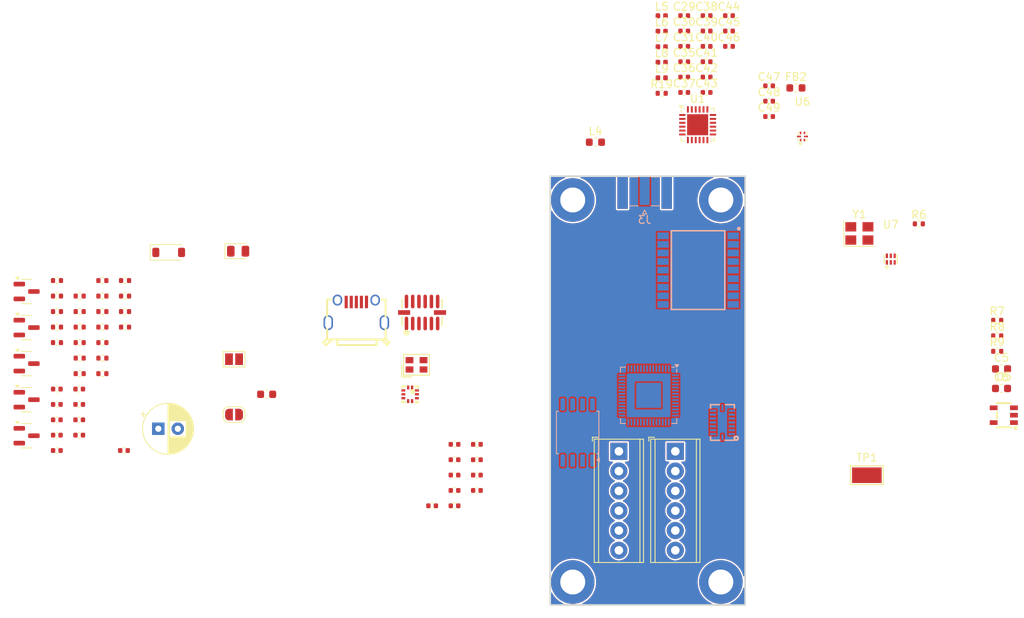
<source format=kicad_pcb>
(kicad_pcb (version 20240108) (generator "pcbnew") (generator_version "8.0")
  (layers (0 "F.Cu" signal) (1 "In1.Cu" power) (2 "In2.Cu" power) (31 "B.Cu" signal) (34 "B.Paste" user) (35 "F.Paste" user) (36 "B.SilkS" user "B.Silkscreen") (37 "F.SilkS" user "F.Silkscreen") (38 "B.Mask" user) (39 "F.Mask" user) (44 "Edge.Cuts" user))
  (net 0 "")
  (net 1 "GND")
  (net 2 "+3V3")
  (net 3 "+1V1")
  (net 4 "+12P")
  (net 5 "+12V")
  (net 6 "+BATT")
  (net 7 "/BUZZER")
  (net 8 "VBUS")
  (net 10 "Net-(D2-A)")
  (net 11 "/P4-")
  (net 12 "/P3-")
  (net 13 "/P2-")
  (net 14 "/P1-")
  (net 15 "/RUN")
  (net 16 "/BOOTSEL")
  (net 17 "/SWCLK")
  (net 18 "/SWD")
  (net 19 "/GPS 3v3")
  (net 20 "/RF GND 1")
  (net 21 "/ANT")
  (net 22 "/USB_D-")
  (net 23 "/USB_D+")
  (net 24 "/SCL")
  (net 25 "/VCC RF")
  (net 26 "/BRKOUT4")
  (net 27 "/BRKOUT3")
  (net 28 "/BRKOUT2")
  (net 29 "/BRKOUT1")
  (net 30 "/LEDBLUE")
  (net 31 "/LEDGREEN")
  (net 32 "/LEDRED")
  (net 33 "/P1 EN ")
  (net 34 "/P2 EN ")
  (net 35 "/P3 EN ")
  (net 36 "/P4 EN ")
  (net 37 "/BATT SENSE ")
  (net 38 "/P1 CONT ")
  (net 39 "/P3 CONT ")
  (net 40 "/RP USB_D+")
  (net 41 "/RP USB_D-")
  (net 42 "/P2 CONT ")
  (net 43 "/QSPI_SS")
  (net 44 "/P4 CONT ")
  (net 45 "/RF GND 2")
  (net 46 "/PPS")
  (net 47 "/SDA")
  (net 48 "/GPS_RST")
  (net 49 "/ANT OFF")
  (net 50 "/QSPI_SD1")
  (net 51 "/QSPI_SD2")
  (net 52 "/QSPI_SDO")
  (net 53 "/QSPI_SCLK")
  (net 54 "/QSPI_SD3")
  (net 55 "/XIN")
  (net 59 "Net-(U5-SW)")
  (net 60 "Net-(U5-FB)")
  (net 61 "Net-(D7-A)")
  (net 64 "Net-(D4-RK)")
  (net 65 "Net-(D4-GK)")
  (net 66 "Net-(D4-BK)")
  (net 82 "Net-(J3-In)")
  (net 83 "Net-(U1-VREG)")
  (net 84 "/SX CS")
  (net 85 "/XTA")
  (net 86 "/XTB")
  (net 87 "Net-(U1-VR_PA)")
  (net 89 "Net-(U7-RFIN)")
  (net 90 "Net-(U1-RFI_P)")
  (net 91 "Net-(U6-RF2)")
  (net 92 "Net-(U1-RFI_N)")
  (net 93 "Net-(C38-Pad2)")
  (net 94 "Net-(U1-RFO)")
  (net 95 "Net-(C40-Pad1)")
  (net 96 "Net-(U6-RF1)")
  (net 97 "Net-(U6-VCTL)")
  (net 98 "Net-(U6-RFC)")
  (net 99 "Net-(C44-Pad2)")
  (net 100 "Net-(U1-DCC_SW)")
  (net 101 "/CTL")
  (net 122 "/3v3_lora")
  (net 124 "/DIO1")
  (net 125 "/BUSY")
  (net 126 "/MISO")
  (net 127 "/MOSI")
  (net 128 "/SCK")
  (footprint "Capacitor_SMD:C_0402_1005Metric" (layer "F.Cu") (at 120.315 99.21)
    (property "Reference" "C8" (hide yes))
    (property "Value" "1u")
    (pad "1" smd roundrect (at -0.48 0) (size 0.56 0.62) (layers "F.Cu" "F.Paste" "F.Mask") (net 4 "+12P"))
    (pad "2" smd roundrect (at 0.48 0) (size 0.56 0.62) (layers "F.Cu" "F.Paste" "F.Mask") (net 1 "GND"))
  )
  (footprint "MountingHole:MountingHole_3.2mm_M3_DIN965_Pad" (layer "F.Cu") (at 186.486 116.078)
    (property "Reference" "H3" (hide yes))
    (property "Value" "MountingHole_Pad")
    (pad "1" thru_hole circle (at 0 0) (size 5.6 5.6) (drill 3.2) (layers "*.Cu" "*.Mask") (net 1 "GND"))
  )
  (footprint "Capacitor_SMD:C_0402_1005Metric" (layer "F.Cu") (at 211.6725 54.405)
    (property "Reference" "C48" (at 0 -1.16 0) (layer "F.SilkS"))
    (property "Value" "100nF")
    (pad "1" smd roundrect (at -0.48 0) (size 0.56 0.62) (layers "F.Cu" "F.Paste" "F.Mask") (net 122 "/3v3_lora"))
    (pad "2" smd roundrect (at 0.48 0) (size 0.56 0.62) (layers "F.Cu" "F.Paste" "F.Mask") (net 1 "GND"))
  )
  (footprint "Capacitor_SMD:C_0402_1005Metric" (layer "F.Cu") (at 211.6725 52.435)
    (property "Reference" "C47" (at 0 -1.16 0) (layer "F.SilkS"))
    (property "Value" "100nF")
    (pad "1" smd roundrect (at -0.48 0) (size 0.56 0.62) (layers "F.Cu" "F.Paste" "F.Mask") (net 122 "/3v3_lora"))
    (pad "2" smd roundrect (at 0.48 0) (size 0.56 0.62) (layers "F.Cu" "F.Paste" "F.Mask") (net 1 "GND"))
  )
  (footprint "Capacitor_SMD:C_0402_1005Metric" (layer "F.Cu") (at 211.6725 56.375)
    (property "Reference" "C49" (at 0 -1.16 0) (layer "F.SilkS"))
    (property "Value" "100nF")
    (pad "1" smd roundrect (at -0.48 0) (size 0.56 0.62) (layers "F.Cu" "F.Paste" "F.Mask") (net 122 "/3v3_lora"))
    (pad "2" smd roundrect (at 0.48 0) (size 0.56 0.62) (layers "F.Cu" "F.Paste" "F.Mask") (net 1 "GND"))
  )
  (footprint "Resistor_SMD:R_0402_1005Metric" (layer "F.Cu") (at 126.155 81.39)
    (property "Reference" "R18" (hide yes))
    (property "Value" "22R")
    (pad "1" smd roundrect (at -0.51 0) (size 0.54 0.64) (layers "F.Cu" "F.Paste" "F.Mask") (net 41 "/RP USB_D-"))
    (pad "2" smd roundrect (at 0.51 0) (size 0.54 0.64) (layers "F.Cu" "F.Paste" "F.Mask") (net 22 "/USB_D-"))
  )
  (footprint "Resistor_SMD:R_0402_1005Metric" (layer "F.Cu") (at 129.065 81.39)
    (property "Reference" "R27" (hide yes))
    (property "Value" "1k")
    (pad "1" smd roundrect (at -0.51 0) (size 0.54 0.64) (layers "F.Cu" "F.Paste" "F.Mask") (net 1 "GND"))
    (pad "2" smd roundrect (at 0.51 0) (size 0.54 0.64) (layers "F.Cu" "F.Paste" "F.Mask") (net 36 "/P4 EN "))
  )
  (footprint "Capacitor_SMD:C_0402_1005Metric" (layer "F.Cu") (at 120.315 95.27)
    (property "Reference" "C3" (hide yes))
    (property "Value" "100n")
    (pad "1" smd roundrect (at -0.48 0) (size 0.56 0.62) (layers "F.Cu" "F.Paste" "F.Mask") (net 37 "/BATT SENSE "))
    (pad "2" smd roundrect (at 0.48 0) (size 0.56 0.62) (layers "F.Cu" "F.Paste" "F.Mask") (net 1 "GND"))
  )
  (footprint "Capacitor_THT:CP_Radial_D6.3mm_P2.50mm" (layer "F.Cu") (at 133.330241 96.42)
    (property "Reference" "C9" (hide yes))
    (property "Value" "680uf")
    (pad "1" thru_hole rect (at 0 0) (size 1.6 1.6) (drill 0.8) (layers "*.Cu" "*.Mask") (net 4 "+12P"))
    (pad "2" thru_hole circle (at 2.5 0) (size 1.6 1.6) (drill 0.8) (layers "*.Cu" "*.Mask") (net 1 "GND"))
  )
  (footprint ".pretty:QFN-6_L1.0-W1.0-P0.50-LS1.0-BL" (layer "F.Cu") (at 215.958 58.928)
    (property "Reference" "U6" (at 0 -4.45 0) (layer "F.SilkS"))
    (property "Value" "SKY13453-385LF")
    (pad "1" smd rect (at -0.25 0.45) (size 0.2 0.33) (layers "F.Cu" "F.Paste" "F.Mask") (net 2 "+3V3"))
    (pad "2" smd rect (at 0.25 0.45) (size 0.2 0.33) (layers "F.Cu" "F.Paste" "F.Mask") (net 96 "Net-(U6-RF1)"))
    (pad "3" smd rect (at 0.45 0) (size 0.51 0.2) (layers "F.Cu" "F.Paste" "F.Mask") (net 1 "GND"))
    (pad "4" smd rect (at 0.25 -0.45) (size 0.2 0.33) (layers "F.Cu" "F.Paste" "F.Mask") (net 91 "Net-(U6-RF2)"))
    (pad "5" smd rect (at -0.25 -0.45) (size 0.2 0.33) (layers "F.Cu" "F.Paste" "F.Mask") (net 97 "Net-(U6-VCTL)"))
    (pad "6" smd rect (at -0.45 0) (size 0.51 0.2) (layers "F.Cu" "F.Paste" "F.Mask") (net 98 "Net-(U6-RFC)"))
  )
  (footprint "Capacitor_SMD:C_0402_1005Metric" (layer "F.Cu") (at 171.323 100.392)
    (property "Reference" "C18" (hide yes))
    (property "Value" "1u")
    (pad "1" smd roundrect (at -0.48 0) (size 0.56 0.62) (layers "F.Cu" "F.Paste" "F.Mask") (net 3 "+1V1"))
    (pad "2" smd roundrect (at 0.48 0) (size 0.56 0.62) (layers "F.Cu" "F.Paste" "F.Mask") (net 1 "GND"))
  )
  (footprint "Capacitor_SMD:C_0402_1005Metric" (layer "F.Cu") (at 203.6575 43.434)
    (property "Reference" "C38" (at 0 -1.16 0) (layer "F.SilkS"))
    (property "Value" "3.3pF")
    (pad "1" smd roundrect (at -0.48 0) (size 0.56 0.62) (layers "F.Cu" "F.Paste" "F.Mask") (net 94 "Net-(U1-RFO)"))
    (pad "2" smd roundrect (at 0.48 0) (size 0.56 0.62) (layers "F.Cu" "F.Paste" "F.Mask") (net 93 "Net-(C38-Pad2)"))
  )
  (footprint "Resistor_SMD:R_0402_1005Metric" (layer "F.Cu") (at 129.065 83.38)
    (property "Reference" "R28" (hide yes))
    (property "Value" "1k")
    (pad "1" smd roundrect (at -0.51 0) (size 0.54 0.64) (layers "F.Cu" "F.Paste" "F.Mask") (net 30 "/LEDBLUE"))
    (pad "2" smd roundrect (at 0.51 0) (size 0.54 0.64) (layers "F.Cu" "F.Paste" "F.Mask") (net 66 "Net-(D4-BK)"))
  )
  (footprint "Package_TO_SOT_SMD:SOT-23" (layer "F.Cu") (at 116.435 92.69)
    (property "Reference" "Q4" (hide yes))
    (property "Value" "AO3400A")
    (pad "1" smd roundrect (at -0.9375 -0.95) (size 1.475 0.6) (layers "F.Cu" "F.Paste" "F.Mask") (net 35 "/P3 EN "))
    (pad "2" smd roundrect (at -0.9375 0.95) (size 1.475 0.6) (layers "F.Cu" "F.Paste" "F.Mask") (net 1 "GND"))
    (pad "3" smd roundrect (at 0.9375 0) (size 1.475 0.6) (layers "F.Cu" "F.Paste" "F.Mask") (net 12 "/P3-"))
  )
  (footprint "Package_TO_SOT_SMD:SOT-23" (layer "F.Cu") (at 116.435 78.815)
    (property "Reference" "Q1" (hide yes))
    (property "Value" "AO3401A")
    (pad "1" smd roundrect (at -0.9375 -0.95) (size 1.475 0.6) (layers "F.Cu" "F.Paste" "F.Mask") (net 1 "GND"))
    (pad "2" smd roundrect (at -0.9375 0.95) (size 1.475 0.6) (layers "F.Cu" "F.Paste" "F.Mask") (net 4 "+12P"))
    (pad "3" smd roundrect (at 0.9375 0) (size 1.475 0.6) (layers "F.Cu" "F.Paste" "F.Mask") (net 5 "+12V"))
  )
  (footprint "Capacitor_SMD:C_0402_1005Metric" (layer "F.Cu") (at 203.6575 47.374)
    (property "Reference" "C40" (at 0 -1.16 0) (layer "F.SilkS"))
    (property "Value" "100pF")
    (pad "1" smd roundrect (at -0.48 0) (size 0.56 0.62) (layers "F.Cu" "F.Paste" "F.Mask") (net 95 "Net-(C40-Pad1)"))
    (pad "2" smd roundrect (at 0.48 0) (size 0.56 0.62) (layers "F.Cu" "F.Paste" "F.Mask") (net 96 "Net-(U6-RF1)"))
  )
  (footprint "Package_TO_SOT_SMD:SOT-23" (layer "F.Cu") (at 116.435 83.44)
    (property "Reference" "Q2" (hide yes))
    (property "Value" "AO3400A")
    (pad "1" smd roundrect (at -0.9375 -0.95) (size 1.475 0.6) (layers "F.Cu" "F.Paste" "F.Mask") (net 34 "/P2 EN "))
    (pad "2" smd roundrect (at -0.9375 0.95) (size 1.475 0.6) (layers "F.Cu" "F.Paste" "F.Mask") (net 1 "GND"))
    (pad "3" smd roundrect (at 0.9375 0) (size 1.475 0.6) (layers "F.Cu" "F.Paste" "F.Mask") (net 13 "/P2-"))
  )
  (footprint "Resistor_SMD:R_0402_1005Metric" (layer "F.Cu") (at 240.933 82.511)
    (property "Reference" "R7" (at 0 -1.17 0) (layer "F.SilkS"))
    (property "Value" "15k")
    (pad "1" smd roundrect (at -0.51 0) (size 0.54 0.64) (layers "F.Cu" "F.Paste" "F.Mask") (net 59 "Net-(U5-SW)"))
    (pad "2" smd roundrect (at 0.51 0) (size 0.54 0.64) (layers "F.Cu" "F.Paste" "F.Mask") (net 60 "Net-(U5-FB)"))
  )
  (footprint "Capacitor_SMD:C_0402_1005Metric" (layer "F.Cu") (at 206.5275 43.434)
    (property "Reference" "C44" (at 0 -1.16 0) (layer "F.SilkS"))
    (property "Value" "33pF")
    (pad "1" smd roundrect (at -0.48 0) (size 0.56 0.62) (layers "F.Cu" "F.Paste" "F.Mask") (net 98 "Net-(U6-RFC)"))
    (pad "2" smd roundrect (at 0.48 0) (size 0.56 0.62) (layers "F.Cu" "F.Paste" "F.Mask") (net 99 "Net-(C44-Pad2)"))
  )
  (footprint "Resistor_SMD:R_0402_1005Metric" (layer "F.Cu") (at 120.335 81.39)
    (property "Reference" "R3" (hide yes))
    (property "Value" "1k")
    (pad "1" smd roundrect (at -0.51 0) (size 0.54 0.64) (layers "F.Cu" "F.Paste" "F.Mask") (net 10 "Net-(D2-A)"))
    (pad "2" smd roundrect (at 0.51 0) (size 0.54 0.64) (layers "F.Cu" "F.Paste" "F.Mask") (net 2 "+3V3"))
  )
  (footprint "Capacitor_SMD:C_0402_1005Metric" (layer "F.Cu") (at 174.193 100.392)
    (property "Reference" "C24" (hide yes))
    (property "Value" "100n")
    (pad "1" smd roundrect (at -0.48 0) (size 0.56 0.62) (layers "F.Cu" "F.Paste" "F.Mask") (net 2 "+3V3"))
    (pad "2" smd roundrect (at 0.48 0) (size 0.56 0.62) (layers "F.Cu" "F.Paste" "F.Mask") (net 1 "GND"))
  )
  (footprint "Capacitor_SMD:C_0402_1005Metric" (layer "F.Cu") (at 206.5275 45.404)
    (property "Reference" "C45" (at 0 -1.16 0) (layer "F.SilkS"))
    (property "Value" "TBD")
    (pad "1" smd roundrect (at -0.48 0) (size 0.56 0.62) (layers "F.Cu" "F.Paste" "F.Mask") (net 1 "GND"))
    (pad "2" smd roundrect (at 0.48 0) (size 0.56 0.62) (layers "F.Cu" "F.Paste" "F.Mask") (net 99 "Net-(C44-Pad2)"))
  )
  (footprint "TerminalBlock_Phoenix:TerminalBlock_Phoenix_MPT-0,5-6-2.54_1x06_P2.54mm_Horizontal" (layer "F.Cu") (at 199.644 99.314 -90)
    (property "Reference" "J9" (hide yes))
    (property "Value" "Screw_Terminal_01x06")
    (pad "1" thru_hole rect (at 0 0 270) (size 2.2 2.2) (drill 1.1) (layers "*.Cu" "*.Mask") (net 4 "+12P"))
    (pad "2" thru_hole circle (at 2.54 0 270) (size 2.2 2.2) (drill 1.1) (layers "*.Cu" "*.Mask") (net 14 "/P1-"))
    (pad "3" thru_hole circle (at 5.08 0 270) (size 2.2 2.2) (drill 1.1) (layers "*.Cu" "*.Mask") (net 4 "+12P"))
    (pad "4" thru_hole circle (at 7.62 0 270) (size 2.2 2.2) (drill 1.1) (layers "*.Cu" "*.Mask") (net 13 "/P2-"))
    (pad "5" thru_hole circle (at 10.16 0 270) (size 2.2 2.2) (drill 1.1) (layers "*.Cu" "*.Mask") (net 4 "+12P"))
    (pad "6" thru_hole circle (at 12.7 0 270) (size 2.2 2.2) (drill 1.1) (layers "*.Cu" "*.Mask") (net 12 "/P3-"))
  )
  (footprint "Capacitor_SMD:C_0402_1005Metric" (layer "F.Cu") (at 120.315 91.33)
    (property "Reference" "C1" (hide yes))
    (property "Value" "100n")
    (pad "1" smd roundrect (at -0.48 0) (size 0.56 0.62) (layers "F.Cu" "F.Paste" "F.Mask") (net 2 "+3V3"))
    (pad "2" smd roundrect (at 0.48 0) (size 0.56 0.62) (layers "F.Cu" "F.Paste" "F.Mask") (net 1 "GND"))
  )
  (footprint "Capacitor_SMD:C_0402_1005Metric" (layer "F.Cu") (at 200.7875 53.284)
    (property "Reference" "C37" (at 0 -1.16 0) (layer "F.SilkS"))
    (property "Value" "1pF")
    (pad "1" smd roundrect (at -0.48 0) (size 0.56 0.62) (layers "F.Cu" "F.Paste" "F.Mask") (net 1 "GND"))
    (pad "2" smd roundrect (at 0.48 0) (size 0.56 0.62) (layers "F.Cu" "F.Paste" "F.Mask") (net 91 "Net-(U6-RF2)"))
  )
  (footprint "Resistor_SMD:R_0402_1005Metric" (layer "F.Cu") (at 129.065 77.41)
    (property "Reference" "R25" (hide yes))
    (property "Value" "5.1k")
    (pad "1" smd roundrect (at -0.51 0) (size 0.54 0.64) (layers "F.Cu" "F.Paste" "F.Mask") (net 44 "/P4 CONT "))
    (pad "2" smd roundrect (at 0.51 0) (size 0.54 0.64) (layers "F.Cu" "F.Paste" "F.Mask") (net 1 "GND"))
  )
  (footprint "Package_DFN_QFN:QFN-24-1EP_4x4mm_P0.5mm_EP2.7x2.7mm" (layer "F.Cu") (at 202.5075 57.424)
    (property "Reference" "U1" (at 0 -3.33 0) (layer "F.SilkS"))
    (property "Value" "SX1262")
    (pad "1" smd roundrect (at -1.9625 -1.25) (size 0.825 0.25) (layers "F.Cu" "F.Paste" "F.Mask") (net 122 "/3v3_lora"))
    (pad "2" smd roundrect (at -1.9625 -0.75) (size 0.825 0.25) (layers "F.Cu" "F.Paste" "F.Mask") (net 1 "GND"))
    (pad "3" smd roundrect (at -1.9625 -0.25) (size 0.825 0.25) (layers "F.Cu" "F.Paste" "F.Mask") (net 85 "/XTA"))
    (pad "4" smd roundrect (at -1.9625 0.25) (size 0.825 0.25) (layers "F.Cu" "F.Paste" "F.Mask") (net 86 "/XTB"))
    (pad "5" smd roundrect (at -1.9625 0.75) (size 0.825 0.25) (layers "F.Cu" "F.Paste" "F.Mask") (net 1 "GND"))
    (pad "6" smd roundrect (at -1.9625 1.25) (size 0.825 0.25) (layers "F.Cu" "F.Paste" "F.Mask"))
    (pad "7" smd roundrect (at -1.25 1.9625) (size 0.25 0.825) (layers "F.Cu" "F.Paste" "F.Mask") (net 83 "Net-(U1-VREG)"))
    (pad "8" smd roundrect (at -0.75 1.9625) (size 0.25 0.825) (layers "F.Cu" "F.Paste" "F.Mask") (net 1 "GND"))
    (pad "9" smd roundrect (at -0.25 1.9625) (size 0.25 0.825) (layers "F.Cu" "F.Paste" "F.Mask") (net 100 "Net-(U1-DCC_SW)"))
    (pad "10" smd roundrect (at 0.25 1.9625) (size 0.25 0.825) (layers "F.Cu" "F.Paste" "F.Mask") (net 122 "/3v3_lora"))
    (pad "11" smd roundrect (at 0.75 1.9625) (size 0.25 0.825) (layers "F.Cu" "F.Paste" "F.Mask") (net 122 "/3v3_lora"))
    (pad "12" smd roundrect (at 1.25 1.9625) (size 0.25 0.825) (layers "F.Cu" "F.Paste" "F.Mask") (net 101 "/CTL"))
    (pad "13" smd roundrect (at 1.9625 1.25) (size 0.825 0.25) (layers "F.Cu" "F.Paste" "F.Mask") (net 124 "/DIO1"))
    (pad "14" smd roundrect (at 1.9625 0.75) (size 0.825 0.25) (layers "F.Cu" "F.Paste" "F.Mask") (net 125 "/BUSY"))
    (pad "15" smd roundrect (at 1.9625 0.25) (size 0.825 0.25) (layers "F.Cu" "F.Paste" "F.Mask"))
    (pad "16" smd roundrect (at 1.9625 -0.25) (size 0.825 0.25) (layers "F.Cu" "F.Paste" "F.Mask") (net 126 "/MISO"))
    (pad "17" smd roundrect (at 1.9625 -0.75) (size 0.825 0.25) (layers "F.Cu" "F.Paste" "F.Mask") (net 127 "/MOSI"))
    (pad "18" smd roundrect (at 1.9625 -1.25) (size 0.825 0.25) (layers "F.Cu" "F.Paste" "F.Mask") (net 128 "/SCK"))
    (pad "19" smd roundrect (at 1.25 -1.9625) (size 0.25 0.825) (layers "F.Cu" "F.Paste" "F.Mask") (net 84 "/SX CS"))
    (pad "20" smd roundrect (at 0.75 -1.9625) (size 0.25 0.825) (layers "F.Cu" "F.Paste" "F.Mask") (net 1 "GND"))
    (pad "21" smd roundrect (at 0.25 -1.9625) (size 0.25 0.825) (layers "F.Cu" "F.Paste" "F.Mask") (net 90 "Net-(U1-RFI_P)"))
    (pad "22" smd roundrect (at -0.25 -1.9625) (size 0.25 0.825) (layers "F.Cu" "F.Paste" "F.Mask") (net 92 "Net-(U1-RFI_N)"))
    (pad "23" smd roundrect (at -0.75 -1.9625) (size 0.25 0.825) (layers "F.Cu" "F.Paste" "F.Mask") (net 94 "Net-(U1-RFO)"))
    (pad "24" smd roundrect (at -1.25 -1.9625) (size 0.25 0.825) (layers "F.Cu" "F.Paste" "F.Mask") (net 87 "Net-(U1-VR_PA)"))
    (pad "25" smd rect (at 0 0) (size 2.7 2.7) (property pad_prop_heatsink) (layers "F.Cu" "F.Mask") (net 1 "GND"))
  )
  (footprint "Jumper:SolderJumper-2_P1.3mm_Open_RoundedPad1.0x1.5mm" (layer "F.Cu") (at 143.045 94.6)
    (property "Reference" "J4" (hide yes))
    (property "Value" "Conn_01x02")
    (pad "1" smd custom (at -0.65 0) (size 1 0.5) (layers "F.Cu" "F.Mask") (net 1 "GND") (options (clearance outline) (anchor rect)) (primitives (gr_circle (center 0 0.25) (end 0.5 0.25) (width 0) (fill yes)) (gr_circle (center 0 -0.25) (end 0.5 -0.25) (width 0) (fill yes)) (gr_poly (pts (xy 0.5 0.75) (xy 0 0.75) (xy 0 -0.75) (xy 0.5 -0.75)) (width 0) (fill yes))))
    (pad "2" smd custom (at 0.65 0) (size 1 0.5) (layers "F.Cu" "F.Mask") (net 16 "/BOOTSEL") (options (clearance outline) (anchor rect)) (primitives (gr_circle (center 0 0.25) (end 0.5 0.25) (width 0) (fill yes)) (gr_circle (center 0 -0.25) (end 0.5 -0.25) (width 0) (fill yes)) (gr_poly (pts (xy 0 0.75) (xy -0.5 0.75) (xy -0.5 -0.75) (xy 0 -0.75)) (width 0) (fill yes))))
  )
  (footprint "Inductor_SMD:L_0603_1608Metric" (layer "F.Cu") (at 215.1125 52.705)
    (property "Reference" "FB2" (at 0 -1.43 0) (layer "F.SilkS"))
    (property "Value" "200mA")
    (pad "1" smd roundrect (at -0.7875 0) (size 0.875 0.95) (layers "F.Cu" "F.Paste" "F.Mask") (net 2 "+3V3"))
    (pad "2" smd roundrect (at 0.7875 0) (size 0.875 0.95) (layers "F.Cu" "F.Paste" "F.Mask") (net 122 "/3v3_lora"))
  )
  (footprint "Capacitor_SMD:C_0402_1005Metric" (layer "F.Cu") (at 203.6575 51.314)
    (property "Reference" "C42" (at 0 -1.16 0) (layer "F.SilkS"))
    (property "Value" "100nF")
    (pad "1" smd roundrect (at -0.48 0) (size 0.56 0.62) (layers "F.Cu" "F.Paste" "F.Mask") (net 1 "GND"))
    (pad "2" smd roundrect (at 0.48 0) (size 0.56 0.62) (layers "F.Cu" "F.Paste" "F.Mask") (net 97 "Net-(U6-VCTL)"))
  )
  (footprint "Capacitor_SMD:C_0402_1005Metric" (layer "F.Cu") (at 203.6575 45.404)
    (property "Reference" "C39" (at 0 -1.16 0) (layer "F.SilkS"))
    (property "Value" "18pF")
    (pad "1" smd roundrect (at -0.48 0) (size 0.56 0.62) (layers "F.Cu" "F.Paste" "F.Mask") (net 1 "GND"))
    (pad "2" smd roundrect (at 0.48 0) (size 0.56 0.62) (layers "F.Cu" "F.Paste" "F.Mask") (net 93 "Net-(C38-Pad2)"))
  )
  (footprint "Resistor_SMD:R_0402_1005Metric" (layer "F.Cu") (at 123.245 89.35)
    (property "Reference" "R15" (hide yes))
    (property "Value" "22R")
    (pad "1" smd roundrect (at -0.51 0) (size 0.54 0.64) (layers "F.Cu" "F.Paste" "F.Mask") (net 23 "/USB_D+"))
    (pad "2" smd roundrect (at 0.51 0) (size 0.54 0.64) (layers "F.Cu" "F.Paste" "F.Mask") (net 40 "/RP USB_D+"))
  )
  (footprint "TestPoint:TestPoint_Keystone_5019_Minature" (layer "F.Cu") (at 224.213 102.381)
    (property "Reference" "TP1" (at 0 -2.25 0) (layer "F.SilkS"))
    (property "Value" "TestPoint")
    (pad "1" smd rect (at 0 0) (size 3.8 2) (layers "F.Cu" "F.Paste" "F.Mask") (net 15 "/RUN"))
  )
  (footprint "Capacitor_SMD:C_0402_1005Metric" (layer "F.Cu") (at 203.6575 49.344)
    (property "Reference" "C41" (at 0 -1.16 0) (layer "F.SilkS"))
    (property "Value" "15pF")
    (pad "1" smd roundrect (at -0.48 0) (size 0.56 0.62) (layers "F.Cu" "F.Paste" "F.Mask") (net 1 "GND"))
    (pad "2" smd roundrect (at 0.48 0) (size 0.56 0.62) (layers "F.Cu" "F.Paste" "F.Mask") (net 96 "Net-(U6-RF1)"))
  )
  (footprint "Capacitor_SMD:C_0603_1608Metric" (layer "F.Cu") (at 241.483 88.741)
    (property "Reference" "C5" (at 0 -1.43 0) (layer "F.SilkS"))
    (property "Value" "4u7")
    (pad "1" smd roundrect (at -0.775 0) (size 0.9 0.95) (layers "F.Cu" "F.Paste" "F.Mask") (net 4 "+12P"))
    (pad "2" smd roundrect (at 0.775 0) (size 0.9 0.95) (layers "F.Cu" "F.Paste" "F.Mask") (net 1 "GND"))
  )
  (footprint "Resistor_SMD:R_0402_1005Metric" (layer "F.Cu") (at 123.245 83.38)
    (property "Reference" "R12" (hide yes))
    (property "Value" "5.1k")
    (pad "1" smd roundrect (at -0.51 0) (size 0.54 0.64) (layers "F.Cu" "F.Paste" "F.Mask") (net 38 "/P1 CONT "))
    (pad "2" smd roundrect (at 0.51 0) (size 0.54 0.64) (layers "F.Cu" "F.Paste" "F.Mask") (net 1 "GND"))
  )
  (footprint "Inductor_SMD:L_0603_1608Metric" (layer "F.Cu") (at 189.3975 59.664)
    (property "Reference" "L4" (at 0 -1.43 0) (layer "F.SilkS"))
    (property "Value" "15uH")
    (pad "1" smd roundrect (at -0.7875 0) (size 0.875 0.95) (layers "F.Cu" "F.Paste" "F.Mask") (net 100 "Net-(U1-DCC_SW)"))
    (pad "2" smd roundrect (at 0.7875 0) (size 0.875 0.95) (layers "F.Cu" "F.Paste" "F.Mask") (net 83 "Net-(U1-VREG)"))
  )
  (footprint "Capacitor_SMD:C_0402_1005Metric" (layer "F.Cu") (at 200.7875 47.374)
    (property "Reference" "C31" (at 0 -1.16 0) (layer "F.SilkS"))
    (property "Value" "3.3pF")
    (pad "1" smd roundrect (at -0.48 0) (size 0.56 0.62) (layers "F.Cu" "F.Paste" "F.Mask") (net 1 "GND"))
    (pad "2" smd roundrect (at 0.48 0) (size 0.56 0.62) (layers "F.Cu" "F.Paste" "F.Mask") (net 90 "Net-(U1-RFI_P)"))
  )
  (footprint "TerminalBlock_Phoenix:TerminalBlock_Phoenix_MPT-0,5-6-2.54_1x06_P2.54mm_Horizontal" (layer "F.Cu") (at 192.405 99.314 -90)
    (property "Reference" "J2" (hide yes))
    (property "Value" "Screw_Terminal_01x06")
    (pad "1" thru_hole rect (at 0 0 270) (size 2.2 2.2) (drill 1.1) (layers "*.Cu" "*.Mask") (net 11 "/P4-"))
    (pad "2" thru_hole circle (at 2.54 0 270) (size 2.2 2.2) (drill 1.1) (layers "*.Cu" "*.Mask") (net 4 "+12P"))
    (pad "3" thru_hole circle (at 5.08 0 270) (size 2.2 2.2) (drill 1.1) (layers "*.Cu" "*.Mask") (net 5 "+12V"))
    (pad "4" thru_hole circle (at 7.62 0 270) (size 2.2 2.2) (drill 1.1) (layers "*.Cu" "*.Mask") (net 6 "+BATT"))
    (pad "5" thru_hole circle (at 10.16 0 270) (size 2.2 2.2) (drill 1.1) (layers "*.Cu" "*.Mask") (net 1 "GND"))
    (pad "6" thru_hole circle (at 12.7 0 270) (size 2.2 2.2) (drill 1.1) (layers "*.Cu" "*.Mask") (net 6 "+BATT"))
  )
  (footprint "Capacitor_SMD:C_0402_1005Metric" (layer "F.Cu") (at 123.185 91.33)
    (property "Reference" "C10" (hide yes))
    (property "Value" "1u")
    (pad "1" smd roundrect (at -0.48 0) (size 0.56 0.62) (layers "F.Cu" "F.Paste" "F.Mask") (net 2 "+3V3"))
    (pad "2" smd roundrect (at 0.48 0) (size 0.56 0.62) (layers "F.Cu" "F.Paste" "F.Mask") (net 1 "GND"))
  )
  (footprint "Capacitor_SMD:C_0402_1005Metric" (layer "F.Cu") (at 171.323 104.332)
    (property "Reference" "C21" (hide yes))
    (property "Value" "100n")
    (pad "1" smd roundrect (at -0.48 0) (size 0.56 0.62) (layers "F.Cu" "F.Paste" "F.Mask") (net 2 "+3V3"))
    (pad "2" smd roundrect (at 0.48 0) (size 0.56 0.62) (layers "F.Cu" "F.Paste" "F.Mask") (net 1 "GND"))
  )
  (footprint "Resistor_SMD:R_0402_1005Metric" (layer "F.Cu") (at 230.881 70.137)
    (property "Reference" "R6" (at 0 -1.17 0) (layer "F.SilkS"))
    (property "Value" "5.1k")
    (pad "1" smd roundrect (at -0.51 0) (size 0.54 0.64) (layers "F.Cu" "F.Paste" "F.Mask") (net 2 "+3V3"))
    (pad "2" smd roundrect (at 0.51 0) (size 0.54 0.64) (layers "F.Cu" "F.Paste" "F.Mask") (net 84 "/SX CS"))
  )
  (footprint "Capacitor_SMD:C_0603_1608Metric" (layer "F.Cu") (at 241.483 91.251)
    (property "Reference" "C6" (at 0 -1.43 0) (layer "F.SilkS"))
    (property "Value" "10u")
    (pad "1" smd roundrect (at -0.775 0) (size 0.9 0.95) (layers "F.Cu" "F.Paste" "F.Mask") (net 2 "+3V3"))
    (pad "2" smd roundrect (at 0.775 0) (size 0.9 0.95) (layers "F.Cu" "F.Paste" "F.Mask") (net 1 "GND"))
  )
  (footprint "Resistor_SMD:R_0402_1005Metric" (layer "F.Cu") (at 120.335 77.41)
    (property "Reference" "R1" (hide yes))
    (property "Value" "5.1k")
    (pad "1" smd roundrect (at -0.51 0) (size 0.54 0.64) (layers "F.Cu" "F.Paste" "F.Mask") (net 2 "+3V3"))
    (pad "2" smd roundrect (at 0.51 0) (size 0.54 0.64) (layers "F.Cu" "F.Paste" "F.Mask") (net 15 "/RUN"))
  )
  (footprint "Resistor_SMD:R_0402_1005Metric" (layer "F.Cu") (at 126.155 79.4)
    (property "Reference" "R17" (hide yes))
    (property "Value" "1k")
    (pad "1" smd roundrect (at -0.51 0) (size 0.54 0.64) (layers "F.Cu" "F.Paste" "F.Mask") (net 1 "GND"))
    (pad "2" smd roundrect (at 0.51 0) (size 0.54 0.64) (layers "F.Cu" "F.Paste" "F.Mask") (net 35 "/P3 EN "))
  )
  (footprint "Resistor_SMD:R_0402_1005Metric" (layer "F.Cu") (at 240.933 86.491)
    (property "Reference" "R9" (at 0 -1.17 0) (layer "F.SilkS"))
    (property "Value" "1k")
    (pad "1" smd roundrect (at -0.51 0) (size 0.54 0.64) (layers "F.Cu" "F.Paste" "F.Mask") (net 46 "/PPS"))
    (pad "2" smd roundrect (at 0.51 0) (size 0.54 0.64) (layers "F.Cu" "F.Paste" "F.Mask") (net 61 "Net-(D7-A)"))
  )
  (footprint "easyeda2kicad:LGA-14_L5.0-W3.0-P0.80-BL" (layer "F.Cu") (at 167.16 81.51)
    (property "Reference" "U4" (hide yes))
    (property "Value" "ADXL375BCCZ-RL7")
    (pad "1" smd oval (at -2 1.41) (size 0.45 1.77) (layers "F.Cu" "F.Paste" "F.Mask") (net 2 "+3V3"))
    (pad "2" smd oval (at -1.2 1.41) (size 0.45 1.77) (layers "F.Cu" "F.Paste" "F.Mask") (net 1 "GND"))
    (pad "3" smd oval (at -0.4 1.41) (size 0.45 1.77) (layers "F.Cu" "F.Paste" "F.Mask") (net 2 "+3V3"))
    (pad "4" smd oval (at 0.4 1.41) (size 0.45 1.77) (layers "F.Cu" "F.Paste" "F.Mask") (net 1 "GND"))
    (pad "5" smd oval (at 1.2 1.41) (size 0.45 1.77) (layers "F.Cu" "F.Paste" "F.Mask") (net 1 "GND"))
    (pad "6" smd oval (at 2 1.41) (size 0.45 1.77) (layers "F.Cu" "F.Paste" "F.Mask") (net 2 "+3V3"))
    (pad "7" smd rect (at 2.3 0) (size 1.55 0.6) (layers "F.Cu" "F.Paste" "F.Mask") (net 2 "+3V3"))
    (pad "8" smd oval (at 2 -1.41) (size 0.45 1.77) (layers "F.Cu" "F.Paste" "F.Mask"))
    (pad "9" smd oval (at 1.2 -1.41) (size 0.45 1.77) (layers "F.Cu" "F.Paste" "F.Mask"))
    (pad "10" smd oval (at 0.4 -1.41) (size 0.45 1.77) (layers "F.Cu" "F.Paste" "F.Mask"))
    (pad "11" smd oval (at -0.4 -1.41) (size 0.45 1.77) (layers "F.Cu" "F.Paste" "F.Mask") (net 1 "GND"))
    (pad "12" smd oval (at -1.2 -1.41) (size 0.45 1.77) (layers "F.Cu" "F.Paste" "F.Mask") (net 1 "GND"))
    (pad "13" smd oval (at -2 -1.41) (size 0.45 1.77) (layers "F.Cu" "F.Paste" "F.Mask"))
    (pad "14" smd rect (at -2.3 0) (size 1.55 0.6) (layers "F.Cu" "F.Paste" "F.Mask"))
  )
  (footprint "Capacitor_SMD:C_0402_1005Metric" (layer "F.Cu") (at 200.7875 51.314)
    (property "Reference" "C36" (at 0 -1.16 0) (layer "F.SilkS"))
    (property "Value" "4.7pF")
    (pad "1" smd roundrect (at -0.48 0) (size 0.56 0.62) (layers "F.Cu" "F.Paste" "F.Mask") (net 92 "Net-(U1-RFI_N)"))
    (pad "2" smd roundrect (at 0.48 0) (size 0.56 0.62) (layers "F.Cu" "F.Paste" "F.Mask") (net 91 "Net-(U6-RF2)"))
  )
  (footprint "Package_TO_SOT_SMD:SOT-23" (layer "F.Cu") (at 116.435 88.065)
    (property "Reference" "Q3" (hide yes))
    (property "Value" "AO3400A")
    (pad "1" smd roundrect (at -0.9375 -0.95) (size 1.475 0.6) (layers "F.Cu" "F.Paste" "F.Mask") (net 33 "/P1 EN "))
    (pad "2" smd roundrect (at -0.9375 0.95) (size 1.475 0.6) (layers "F.Cu" "F.Paste" "F.Mask") (net 1 "GND"))
    (pad "3" smd roundrect (at 0.9375 0) (size 1.475 0.6) (layers "F.Cu" "F.Paste" "F.Mask") (net 14 "/P1-"))
  )
  (footprint "Inductor_SMD:L_0402_1005Metric" (layer "F.Cu") (at 197.8975 51.404)
    (property "Reference" "L9" (at 0 -1.17 0) (layer "F.SilkS"))
    (property "Value" "0R")
    (pad "1" smd roundrect (at -0.485 0) (size 0.59 0.64) (layers "F.Cu" "F.Paste" "F.Mask") (net 99 "Net-(C44-Pad2)"))
    (pad "2" smd roundrect (at 0.485 0) (size 0.59 0.64) (layers "F.Cu" "F.Paste" "F.Mask") (net 82 "Net-(J3-In)"))
  )
  (footprint "Capacitor_SMD:C_0402_1005Metric" (layer "F.Cu") (at 200.7875 49.344)
    (property "Reference" "C35" (at 0 -1.16 0) (layer "F.SilkS"))
    (property "Value" "22nF")
    (pad "1" smd roundrect (at -0.48 0) (size 0.56 0.62) (layers "F.Cu" "F.Paste" "F.Mask") (net 87 "Net-(U1-VR_PA)"))
    (pad "2" smd roundrect (at 0.48 0) (size 0.56 0.62) (layers "F.Cu" "F.Paste" "F.Mask") (net 1 "GND"))
  )
  (footprint "Inductor_SMD:L_0402_1005Metric" (layer "F.Cu") (at 197.8975 45.434)
    (property "Reference" "L6" (at 0 -1.17 0) (layer "F.SilkS"))
    (property "Value" "68nH")
    (pad "1" smd roundrect (at -0.485 0) (size 0.59 0.64) (layers "F.Cu" "F.Paste" "F.Mask") (net 87 "Net-(U1-VR_PA)"))
    (pad "2" smd roundrect (at 0.485 0) (size 0.59 0.64) (layers "F.Cu" "F.Paste" "F.Mask") (net 94 "Net-(U1-RFO)"))
  )
  (footprint "Resistor_SMD:R_0402_1005Metric" (layer "F.Cu") (at 240.933 84.501)
    (property "Reference" "R8" (at 0 -1.17 0) (layer "F.SilkS"))
    (property "Value" "50k")
    (pad "1" smd roundrect (at -0.51 0) (size 0.54 0.64) (layers "F.Cu" "F.Paste" "F.Mask") (net 60 "Net-(U5-FB)"))
    (pad "2" smd roundrect (at 0.51 0) (size 0.54 0.64) (layers "F.Cu" "F.Paste" "F.Mask") (net 1 "GND"))
  )
  (footprint "Capacitor_SMD:C_0402_1005Metric" (layer "F.Cu") (at 174.193 98.422)
    (property "Reference" "C23" (hide yes))
    (property "Value" "100n")
    (pad "1" smd roundrect (at -0.48 0) (size 0.56 0.62) (layers "F.Cu" "F.Paste" "F.Mask") (net 2 "+3V3"))
    (pad "2" smd roundrect (at 0.48 0) (size 0.56 0.62) (layers "F.Cu" "F.Paste" "F.Mask") (net 1 "GND"))
  )
  (footprint "easyeda2kicad:OSC-SMD_4P-L2.0-W1.6-BL" (layer "F.Cu") (at 166.45 88.22)
    (property "Reference" "X2" (hide yes))
    (property "Value" "SX1M12.000M10F30TNN")
    (pad "1" smd rect (at -0.9 0.6 90) (size 0.8 1) (layers "F.Cu" "F.Paste" "F.Mask") (net 2 "+3V3"))
    (pad "2" smd rect (at 0.9 0.6 90) (size 0.8 1) (layers "F.Cu" "F.Paste" "F.Mask") (net 1 "GND"))
    (pad "3" smd rect (at 0.9 -0.6 90) (size 0.8 1) (layers "F.Cu" "F.Paste" "F.Mask") (net 55 "/XIN"))
    (pad "4" smd rect (at -0.9 -0.6 90) (size 0.8 1) (layers "F.Cu" "F.Paste" "F.Mask") (net 2 "+3V3"))
  )
  (footprint "Capacitor_SMD:C_0402_1005Metric" (layer "F.Cu") (at 171.323 98.422)
    (property "Reference" "C17" (hide yes))
    (property "Value" "100n")
    (pad "1" smd roundrect (at -0.48 0) (size 0.56 0.62) (layers "F.Cu" "F.Paste" "F.Mask") (net 3 "+1V1"))
    (pad "2" smd roundrect (at 0.48 0) (size 0.56 0.62) (layers "F.Cu" "F.Paste" "F.Mask") (net 1 "GND"))
  )
  (footprint "Capacitor_SMD:C_0402_1005Metric" (layer "F.Cu") (at 120.315 93.3)
    (property "Reference" "C2" (hide yes))
    (property "Value" "100n")
    (pad "1" smd roundrect (at -0.48 0) (size 0.56 0.62) (layers "F.Cu" "F.Paste" "F.Mask") (net 2 "+3V3"))
    (pad "2" smd roundrect (at 0.48 0) (size 0.56 0.62) (layers "F.Cu" "F.Paste" "F.Mask") (net 1 "GND"))
  )
  (footprint "Capacitor_SMD:C_0402_1005Metric" (layer "F.Cu") (at 168.453 106.302)
    (property "Reference" "C16" (hide yes))
    (property "Value" "100n")
    (pad "1" smd roundrect (at -0.48 0) (size 0.56 0.62) (layers "F.Cu" "F.Paste" "F.Mask") (net 3 "+1V1"))
    (pad "2" smd roundrect (at 0.48 0) (size 0.56 0.62) (layers "F.Cu" "F.Paste" "F.Mask") (net 1 "GND"))
  )
  (footprint "Resistor_SMD:R_0402_1005Metric" (layer "F.Cu") (at 129.065 79.4)
    (property "Reference" "R26" (hide yes))
    (property "Value" "1k")
    (pad "1" smd roundrect (at -0.51 0) (size 0.54 0.64) (layers "F.Cu" "F.Paste" "F.Mask") (net 1 "GND"))
    (pad "2" smd roundrect (at 0.51 0) (size 0.54 0.64) (layers "F.Cu" "F.Paste" "F.Mask") (net 34 "/P2 EN "))
  )
  (footprint "Resistor_SMD:R_0402_1005Metric" (layer "F.Cu") (at 197.8975 53.394)
    (property "Reference" "R19" (at 0 -1.17 0) (layer "F.SilkS"))
    (property "Value" "100R")
    (pad "1" smd roundrect (at -0.51 0) (size 0.54 0.64) (layers "F.Cu" "F.Paste" "F.Mask") (net 101 "/CTL"))
    (pad "2" smd roundrect (at 0.51 0) (size 0.54 0.64) (layers "F.Cu" "F.Paste" "F.Mask") (net 97 "Net-(U6-VCTL)"))
  )
  (footprint "Resistor_SMD:R_0402_1005Metric" (layer "F.Cu") (at 120.335 85.37)
    (property "Reference" "R5" (hide yes))
    (property "Value" "5.1k")
    (pad "1" smd roundrect (at -0.51 0) (size 0.54 0.64) (layers "F.Cu" "F.Paste" "F.Mask") (net 37 "/BATT SENSE "))
    (pad "2" smd roundrect (at 0.51 0) (size 0.54 0.64) (layers "F.Cu" "F.Paste" "F.Mask") (net 1 "GND"))
  )
  (footprint "Inductor_SMD:L_0402_1005Metric" (layer "F.Cu") (at 197.8975 43.444)
    (property "Reference" "L5" (at 0 -1.17 0) (layer "F.SilkS"))
    (property "Value" "33nH")
    (pad "1" smd roundrect (at -0.485 0) (size 0.59 0.64) (layers "F.Cu" "F.Paste" "F.Mask") (net 92 "Net-(U1-RFI_N)"))
    (pad "2" smd roundrect (at 0.485 0) (size 0.59 0.64) (layers "F.Cu" "F.Paste" "F.Mask") (net 90 "Net-(U1-RFI_P)"))
  )
  (footprint "Crystal:Crystal_SMD_3225-4Pin_3.2x2.5mm" (layer "F.Cu") (at 223.251 71.367)
    (property "Reference" "Y1" (at 0 -2.45 0) (layer "F.SilkS"))
    (property "Value" "CF4032M00012001")
    (pad "1" smd rect (at -1.1 0.85) (size 1.4 1.2) (layers "F.Cu" "F.Paste" "F.Mask") (net 85 "/XTA"))
    (pad "2" smd rect (at 1.1 0.85) (size 1.4 1.2) (layers "F.Cu" "F.Paste" "F.Mask") (net 1 "GND"))
    (pad "3" smd rect (at 1.1 -0.85) (size 1.4 1.2) (layers "F.Cu" "F.Paste" "F.Mask") (net 86 "/XTB"))
    (pad "4" smd rect (at -1.1 -0.85) (size 1.4 1.2) (layers "F.Cu" "F.Paste" "F.Mask") (net 1 "GND"))
  )
  (footprint "Capacitor_SMD:C_0402_1005Metric" (layer "F.Cu") (at 200.7875 43.434)
    (property "Reference" "C29" (at 0 -1.16 0) (layer "F.SilkS"))
    (property "Value" "470nF")
    (pad "1" smd roundrect (at -0.48 0) (size 0.56 0.62) (layers "F.Cu" "F.Paste" "F.Mask") (net 83 "Net-(U1-VREG)"))
    (pad "2" smd roundrect (at 0.48 0) (size 0.56 0.62) (layers "F.Cu" "F.Paste" "F.Mask") (net 1 "GND"))
  )
  (footprint "MountingHole:MountingHole_3.2mm_M3_DIN965_Pad" (layer "F.Cu") (at 186.486 67.078)
    (property "Reference" "H1" (hide yes))
    (property "Value" "MountingHole_Pad")
    (pad "1" thru_hole circle (at 0 0) (size 5.6 5.6) (drill 3.2) (layers "*.Cu" "*.Mask") (net 1 "GND"))
  )
  (footprint "Resistor_SMD:R_0402_1005Metric" (layer "F.Cu") (at 126.155 87.36)
    (property "Reference" "R23" (hide yes))
    (property "Value" "15k")
    (pad "1" smd roundrect (at -0.51 0) (size 0.54 0.64) (layers "F.Cu" "F.Paste" "F.Mask") (net 11 "/P4-"))
    (pad "2" smd roundrect (at 0.51 0) (size 0.54 0.64) (layers "F.Cu" "F.Paste" "F.Mask") (net 44 "/P4 CONT "))
  )
  (footprint "Resistor_SMD:R_0402_1005Metric" (layer "F.Cu") (at 123.245 85.37)
    (property "Reference" "R13" (hide yes))
    (property "Value" "5.1k")
    (pad "1" smd roundrect (at -0.51 0) (size 0.54 0.64) (layers "F.Cu" "F.Paste" "F.Mask") (net 39 "/P3 CONT "))
    (pad "2" smd roundrect (at 0.51 0) (size 0.54 0.64) (layers "F.Cu" "F.Paste" "F.Mask") (net 1 "GND"))
  )
  (footprint "Inductor_SMD:L_0402_1005Metric" (layer "F.Cu") (at 197.8975 47.424)
    (property "Reference" "L7" (at 0 -1.17 0) (layer "F.SilkS"))
    (property "Value" "3.9nH")
    (pad "1" smd roundrect (at -0.485 0) (size 0.59 0.64) (layers "F.Cu" "F.Paste" "F.Mask") (net 94 "Net-(U1-RFO)"))
    (pad "2" smd roundrect (at 0.485 0) (size 0.59 0.64) (layers "F.Cu" "F.Paste" "F.Mask") (net 93 "Net-(C38-Pad2)"))
  )
  (footprint "Resistor_SMD:R_0402_1005Metric" (layer "F.Cu") (at 126.155 83.38)
    (property "Reference" "R21" (hide yes))
    (property "Value" "15k")
    (pad "1" smd roundrect (at -0.51 0) (size 0.54 0.64) (layers "F.Cu" "F.Paste" "F.Mask") (net 13 "/P2-"))
    (pad "2" smd roundrect (at 0.51 0) (size 0.54 0.64) (layers "F.Cu" "F.Paste" "F.Mask") (net 42 "/P2 CONT "))
  )
  (footprint "Package_TO_SOT_SMD:SOT-23" (layer "F.Cu") (at 116.435 97.315)
    (property "Reference" "Q5" (hide yes))
    (property "Value" "AO3400A")
    (pad "1" smd roundrect (at -0.9375 -0.95) (size 1.475 0.6) (layers "F.Cu" "F.Paste" "F.Mask") (net 36 "/P4 EN "))
    (pad "2" smd roundrect (at -0.9375 0.95) (size 1.475 0.6) (layers "F.Cu" "F.Paste" "F.Mask") (net 1 "GND"))
    (pad "3" smd roundrect (at 0.9375 0) (size 1.475 0.6) (layers "F.Cu" "F.Paste" "F.Mask") (net 11 "/P4-"))
  )
  (footprint "Capacitor_SMD:C_0402_1005Metric" (layer "F.Cu") (at 123.185 93.3)
    (property "Reference" "C11" (hide yes))
    (property "Value" "100n")
    (pad "1" smd roundrect (at -0.48 0) (size 0.56 0.62) (layers "F.Cu" "F.Paste" "F.Mask") (net 2 "+3V3"))
    (pad "2" smd roundrect (at 0.48 0) (size 0.56 0.62) (layers "F.Cu" "F.Paste" "F.Mask") (net 1 "GND"))
  )
  (footprint "Capacitor_SMD:C_0603_1608Metric" (layer "F.Cu") (at 147.225 92)
    (property "Reference" "C7" (hide yes))
    (property "Value" "10u")
    (pad "1" smd roundrect (at -0.775 0) (size 0.9 0.95) (layers "F.Cu" "F.Paste" "F.Mask") (net 4 "+12P"))
    (pad "2" smd roundrect (at 0.775 0) (size 0.9 0.95) (layers "F.Cu" "F.Paste" "F.Mask") (net 1 "GND"))
  )
  (footprint "Jumper:SolderJumper-2_P1.3mm_Open_Pad1.0x1.5mm" (layer "F.Cu") (at 143.045 87.5)
    (property "Reference" "J1" (hide yes))
    (property "Value" "Conn_01x02")
    (pad "1" smd rect (at -0.65 0) (size 1 1.5) (layers "F.Cu" "F.Mask") (net 17 "/SWCLK"))
    (pad "2" smd rect (at 0.65 0) (size 1 1.5) (layers "F.Cu" "F.Mask") (net 18 "/SWD"))
  )
  (footprint "Resistor_SMD:R_0402_1005Metric" (layer "F.Cu") (at 126.155 85.37)
    (property "Reference" "R22" (hide yes))
    (property "Value" "1k")
    (pad "1" smd roundrect (at -0.51 0) (size 0.54 0.64) (layers "F.Cu" "F.Paste" "F.Mask") (net 31 "/LEDGREEN"))
    (pad "2" smd roundrect (at 0.51 0) (size 0.54 0.64) (layers "F.Cu" "F.Paste" "F.Mask") (net 65 "Net-(D4-GK)"))
  )
  (footprint "MountingHole:MountingHole_3.2mm_M3_DIN965_Pad" (layer "F.Cu") (at 205.486 67.078)
    (property "Reference" "H2" (hide yes))
    (property "Value" "MountingHole_Pad")
    (pad "1" thru_hole circle (at 0 0) (size 5.6 5.6) (drill 3.2) (layers "*.Cu" "*.Mask") (net 1 "GND"))
  )
  (footprint "Resistor_SMD:R_0402_1005Metric" (layer "F.Cu") (at 126.155 77.41)
    (property "Reference" "R16" (hide yes))
    (property "Value" "1k")
    (pad "1" smd roundrect (at -0.51 0) (size 0.54 0.64) (layers "F.Cu" "F.Paste" "F.Mask") (net 1 "GND"))
    (pad "2" smd roundrect (at 0.51 0) (size 0.54 0.64) (layers "F.Cu" "F.Paste" "F.Mask") (net 33 "/P1 EN "))
  )
  (footprint "Capacitor_SMD:C_0402_1005Metric" (layer "F.Cu") (at 123.185 97.24)
    (property "Reference" "C13" (hide yes))
    (property "Value" "100n")
    (pad "1" smd roundrect (at -0.48 0) (size 0.56 0.62) (layers "F.Cu" "F.Paste" "F.Mask") (net 2 "+3V3"))
    (pad "2" smd roundrect (at 0.48 0) (size 0.56 0.62) (layers "F.Cu" "F.Paste" "F.Mask") (net 1 "GND"))
  )
  (footprint "Resistor_SMD:R_0402_1005Metric" (layer "F.Cu") (at 123.245 81.39)
    (property "Reference" "R11" (hide yes))
    (property "Value" "15k")
    (pad "1" smd roundrect (at -0.51 0) (size 0.54 0.64) (layers "F.Cu" "F.Paste" "F.Mask") (net 12 "/P3-"))
    (pad "2" smd roundrect (at 0.51 0) (size 0.54 0.64) (layers "F.Cu" "F.Paste" "F.Mask") (net 39 "/P3 CONT "))
  )
  (footprint "easyeda2kicad:SENSORM-SMD_BMP388" (layer "F.Cu") (at 165.63 92)
    (property "Reference" "U3" (hide yes))
    (property "Value" "BMP388")
    (pad "1" smd rect (at 0.25 -0.87) (size 0.3 0.5) (layers "F.Cu" "F.Paste" "F.Mask") (net 2 "+3V3"))
    (pad "2" smd rect (at -0.25 -0.87) (size 0.3 0.5) (layers "F.Cu" "F.Paste" "F.Mask"))
    (pad "3" smd rect (at -0.87 -0.5 270) (size 0.3 0.5) (layers "F.Cu" "F.Paste" "F.Mask") (net 1 "GND"))
    (pad "4" smd rect (at -0.87 0 90) (size 0.3 0.5) (layers "F.Cu" "F.Paste" "F.Mask"))
    (pad "5" smd rect (at -0.87 0.5 90) (size 0.3 0.5) (layers "F.Cu" "F.Paste" "F.Mask"))
    (pad "6" smd rect (at -0.25 0.87 180) (size 0.3 0.5) (layers "F.Cu" "F.Paste" "F.Mask"))
    (pad "7" smd rect (at 0.25 0.87 180) (size 0.3 0.5) (layers "F.Cu" "F.Paste" "F.Mask"))
    (pad "8" smd rect (at 0.87 0.5 270) (size 0.3 0.5) (layers "F.Cu" "F.Paste" "F.Mask") (net 1 "GND"))
    (pad "9" smd rect (at 0.87 0 270) (size 0.3 0.5) (layers "F.Cu" "F.Paste" "F.Mask") (net 1 "GND"))
    (pad "10" smd rect (at 0.87 -0.5 270) (size 0.3 0.5) (layers "F.Cu" "F.Paste" "F.Mask") (net 2 "+3V3"))
  )
  (footprint "Diode_SMD:D_SOD-123" (layer "F.Cu") (at 134.66 73.8)
    (property "Reference" "D1" (hide yes))
    (property "Value" "D")
    (pad "1" smd roundrect (at -1.65 0) (size 0.9 1.2) (layers "F.Cu" "F.Paste" "F.Mask") (net 5 "+12V"))
    (pad "2" smd roundrect (at 1.65 0) (size 0.9 1.2) (layers "F.Cu" "F.Paste" "F.Mask") (net 8 "VBUS"))
  )
  (footprint ".pretty:DFN-6_L1.5-W1.0-P0.50-BL" (layer "F.Cu") (at 227.281 74.662)
    (property "Reference" "U7" (at 0 -4.42 0) (layer "F.SilkS"))
    (property "Value" "WS7916S-6/TR")
    (pad "1" smd rect (at -0.5 0.42) (size 0.28 0.58) (layers "F.Cu" "F.Paste" "F.Mask") (net 1 "GND"))
    (pad "2" smd rect (at 0 0.42) (size 0.28 0.58) (layers "F.Cu" "F.Paste" "F.Mask") (net 1 "GND"))
    (pad "3" smd rect (at 0.5 0.42) (size 0.28 0.58) (layers "F.Cu" "F.Paste" "F.Mask") (net 89 "Net-(U7-RFIN)"))
    (pad "4" smd rect (at 0.5 -0.42) (size 0.28 0.58) (layers "F.Cu" "F.Paste" "F.Mask") (net 25 "/VCC RF"))
    (pad "5" smd rect (at 0 -0.42) (size 0.28 0.58) (layers "F.Cu" "F.Paste" "F.Mask") (net 49 "/ANT OFF"))
    (pad "6" smd rect (at -0.5 -0.42) (size 0.28 0.58) (layers "F.Cu" "F.Paste" "F.Mask") (net 21 "/ANT"))
  )
  (footprint "Capacitor_SMD:C_0402_1005Metric" (layer "F.Cu") (at 174.193 102.362)
    (property "Reference" "C25" (hide yes))
    (property "Value" "100n")
    (pad "1" smd roundrect (at -0.48 0) (size 0.56 0.62) (layers "F.Cu" "F.Paste" "F.Mask") (net 2 "+3V3"))
    (pad "2" smd roundrect (at 0.48 0) (size 0.56 0.62) (layers "F.Cu" "F.Paste" "F.Mask") (net 1 "GND"))
  )
  (footprint "Capacitor_SMD:C_0402_1005Metric" (layer "F.Cu") (at 171.323 102.362)
    (property "Reference" "C19" (hide yes))
    (property "Value" "1u")
    (pad "1" smd roundrect (at -0.48 0) (size 0.56 0.62) (layers "F.Cu" "F.Paste" "F.Mask") (net 2 "+3V3"))
    (pad "2" smd roundrect (at 0.48 0) (size 0.56 0.62) (layers "F.Cu" "F.Paste" "F.Mask") (net 1 "GND"))
  )
  (footprint "easyeda2kicad:MICRO-USB-SMD_U254-051T-4BHJ25-F2S" (layer "F.Cu") (at 158.73 81.365)
    (property "Reference" "J7" (hide yes))
    (property "Value" "USB_B_Micro")
    (pad "1" smd rect (at -1.3 -1.2) (size 0.4 1.6) (layers "F.Cu" "F.Paste" "F.Mask") (net 8 "VBUS"))
    (pad "2" smd rect (at -0.65 -1.2) (size 0.4 1.6) (layers "F.Cu" "F.Paste" "F.Mask") (net 22 "/USB_D-"))
    (pad "3" smd rect (at 0 -1.2) (size 0.4 1.6) (layers "F.Cu" "F.Paste" "F.Mask") (net 23 "/USB_D+"))
    (pad "4" smd rect (at 0.65 -1.2) (size 0.4 1.6) (layers "F.Cu" "F.Paste" "F.Mask"))
    (pad "5" smd rect (at 1.3 -1.21) (size 0.4 1.6) (layers "F.Cu" "F.Paste" "F.Mask") (net 1 "GND"))
    (pad "6" thru_hole oval (at 2.42 -1.45) (size 1.2 1.4) (drill oval 0.799998 0.999998) (layers "*.Cu" "*.Mask"))
    (pad "7" thru_hole oval (at -2.42 -1.45) (size 1.2 1.4) (drill oval 0.799998 0.999998) (layers "*.Cu" "*.Mask"))
    (pad "8" thru_hole oval (at -3.6 1.45) (size 1.2 1.9) (drill oval 0.799998 1.499997) (layers "*.Cu" "*.Mask"))
    (pad "9" thru_hole oval (at 3.6 1.45) (size 1.2 1.9) (drill oval 0.799998 1.499997) (layers "*.Cu" "*.Mask"))
  )
  (footprint "Capacitor_SMD:C_0402_1005Metric" (layer "F.Cu") (at 174.193 104.332)
    (property "Reference" "C26" (hide yes))
    (property "Value" "100n")
    (pad "1" smd roundrect (at -0.48 0) (size 0.56 0.62) (layers "F.Cu" "F.Paste" "F.Mask") (net 2 "+3V3"))
    (pad "2" smd roundrect (at 0.48 0) (size 0.56 0.62) (layers "F.Cu" "F.Paste" "F.Mask") (net 1 "GND"))
  )
  (footprint "Capacitor_SMD:C_0402_1005Metric" (layer "F.Cu") (at 200.7875 45.404)
    (property "Reference" "C30" (at 0 -1.16 0) (layer "F.SilkS"))
    (property "Value" "100pF")
    (pad "1" smd roundrect (at -0.48 0) (size 0.56 0.62) (layers "F.Cu" "F.Paste" "F.Mask") (net 87 "Net-(U1-VR_PA)"))
    (pad "2" smd roundrect (at 0.48 0) (size 0.56 0.62) (layers "F.Cu" "F.Paste" "F.Mask") (net 1 "GND"))
  )
  (footprint "MountingHole:MountingHole_3.2mm_M3_DIN965_Pad" (layer "F.Cu") (at 205.486 116.078)
    (property "Reference" "H4" (hide yes))
    (property "Value" "MountingHole_Pad")
    (pad "1" thru_hole circle (at 0 0) (size 5.6 5.6) (drill 3.2) (layers "*.Cu" "*.Mask") (net 1 "GND"))
  )
  (footprint "Capacitor_SMD:C_0402_1005Metric" (layer "F.Cu") (at 171.323 106.302)
    (property "Reference" "C22" (hide yes))
    (property "Value" "100n")
    (pad "1" smd roundrect (at -0.48 0) (size 0.56 0.62) (layers "F.Cu" "F.Paste" "F.Mask") (net 2 "+3V3"))
    (pad "2" smd roundrect (at 0.48 0) (size 0.56 0.62) (layers "F.Cu" "F.Paste" "F.Mask") (net 1 "GND"))
  )
  (footprint "Capacitor_SMD:C_0402_1005Metric" (layer "F.Cu") (at 120.315 97.24)
    (property "Reference" "C4" (hide yes))
    (property "Value" "100n")
    (pad "1" smd roundrect (at -0.48 0) (size 0.56 0.62) (layers "F.Cu" "F.Paste" "F.Mask") (net 2 "+3V3"))
    (pad "2" smd roundrect (at 0.48 0) (size 0.56 0.62) (layers "F.Cu" "F.Paste" "F.Mask") (net 1 "GND"))
  )
  (footprint ".pretty:SOT-23-5_L3.0-W1.7-P0.95-LS2.8-BR" (layer "F.Cu") (at 241.778 94.681)
    (property "Reference" "U5" (at 0 -4.95 0) (layer "F.SilkS"))
    (property "Value" "M3406")
    (pad "1" smd rect (at 1.3 0.95) (size 1 0.6) (layers "F.Cu" "F.Paste" "F.Mask") (net 4 "+12P"))
    (pad "2" smd rect (at 1.3 0) (size 1 0.6) (layers "F.Cu" "F.Paste" "F.Mask") (net 1 "GND"))
    (pad "3" smd rect (at 1.3 -0.95) (size 1 0.6) (layers "F.Cu" "F.Paste" "F.Mask") (net 59 "Net-(U5-SW)"))
    (pad "4" smd rect (at -1.3 -0.95) (size 1 0.6) (layers "F.Cu" "F.Paste" "F.Mask") (net 4 "+12P"))
    (pad "5" smd rect (at -1.3 0.95) (size 1 0.6) (layers "F.Cu" "F.Paste" "F.Mask") (net 60 "Net-(U5-FB)"))
  )
  (footprint "LED_SMD:LED_0805_2012Metric" (layer "F.Cu") (at 143.565 73.645)
    (property "Reference" "D2" (hide yes))
    (property "Value" "LED")
    (pad "1" smd roundrect (at -0.9375 0) (size 0.975 1.4) (layers "F.Cu" "F.Paste" "F.Mask") (net 1 "GND"))
    (pad "2" smd roundrect (at 0.9375 0) (size 0.975 1.4) (layers "F.Cu" "F.Paste" "F.Mask") (net 10 "Net-(D2-A)"))
  )
  (footprint "Capacitor_SMD:C_0402_1005Metric" (layer "F.Cu") (at 203.6575 53.284)
    (property "Reference" "C43" (at 0 -1.16 0) (layer "F.SilkS"))
    (property "Value" "100nF")
    (pad "1" smd roundrect (at -0.48 0) (size 0.56 0.62) (layers "F.Cu" "F.Paste" "F.Mask") (net 1 "GND"))
    (pad "2" smd roundrect (at 0.48 0) (size 0.56 0.62) (layers "F.Cu" "F.Paste" "F.Mask") (net 2 "+3V3"))
  )
  (footprint "Inductor_SMD:L_0402_1005Metric" (layer "F.Cu") (at 197.8975 49.414)
    (property "Reference" "L8" (at 0 -1.17 0) (layer "F.SilkS"))
    (property "Value" "15nH")
    (pad "1" smd roundrect (at -0.485 0) (size 0.59 0.64) (layers "F.Cu" "F.Paste" "F.Mask") (net 93 "Net-(C38-Pad2)"))
    (pad "2" smd roundrect (at 0.485 0) (size 0.59 0.64) (layers "F.Cu" "F.Paste" "F.Mask") (net 95 "Net-(C40-Pad1)"))
  )
  (footprint "Resistor_SMD:R_0402_1005Metric" (layer "F.Cu") (at 126.155 89.35)
    (property "Reference" "R24" (hide yes))
    (property "Value" "5.1k")
    (pad "1" smd roundrect (at -0.51 0) (size 0.54 0.64) (layers "F.Cu" "F.Paste" "F.Mask") (net 42 "/P2 CONT "))
    (pad "2" smd roundrect (at 0.51 0) (size 0.54 0.64) (layers "F.Cu" "F.Paste" "F.Mask") (net 1 "GND"))
  )
  (footprint "Resistor_SMD:R_0402_1005Metric" (layer "F.Cu") (at 123.245 79.4)
    (property "Reference" "R10" (hide yes))
    (property "Value" "15k")
    (pad "1" smd roundrect (at -0.51 0) (size 0.54 0.64) (layers "F.Cu" "F.Paste" "F.Mask") (net 14 "/P1-"))
    (pad "2" smd roundrect (at 0.51 0) (size 0.54 0.64) (layers "F.Cu" "F.Paste" "F.Mask") (net 38 "/P1 CONT "))
  )
  (footprint "Resistor_SMD:R_0402_1005Metric" (layer "F.Cu") (at 120.335 79.4)
    (property "Reference" "R2" (hide yes))
    (property "Value" "1k")
    (pad "1" smd roundrect (at -0.51 0) (size 0.54 0.64) (layers "F.Cu" "F.Paste" "F.Mask") (net 32 "/LEDRED"))
    (pad "2" smd roundrect (at 0.51 0) (size 0.54 0.64) (layers "F.Cu" "F.Paste" "F.Mask") (net 64 "Net-(D4-RK)"))
  )
  (footprint "Capacitor_SMD:C_0402_1005Metric" (layer "F.Cu") (at 128.925 99.21)
    (property "Reference" "C27" (hide yes))
    (property "Value" "100n")
    (pad "1" smd roundrect (at -0.48 0) (size 0.56 0.62) (layers "F.Cu" "F.Paste" "F.Mask") (net 2 "+3V3"))
    (pad "2" smd roundrect (at 0.48 0) (size 0.56 0.62) (layers "F.Cu" "F.Paste" "F.Mask") (net 1 "GND"))
  )
  (footprint "Resistor_SMD:R_0402_1005Metric" (layer "F.Cu") (at 123.245 87.36)
    (property "Reference" "R14" (hide yes))
    (property "Value" "1k")
    (pad "1" smd roundrect (at -0.51 0) (size 0.54 0.64) (layers "F.Cu" "F.Paste" "F.Mask") (net 43 "/QSPI_SS"))
    (pad "2" smd roundrect (at 0.51 0) (size 0.54 0.64) (layers "F.Cu" "F.Paste" "F.Mask") (net 16 "/BOOTSEL"))
  )
  (footprint "Capacitor_SMD:C_0402_1005Metric" (layer "F.Cu") (at 123.185 95.27)
    (property "Reference" "C12" (hide yes))
    (property "Value" "100n")
    (pad "1" smd roundrect (at -0.48 0) (size 0.56 0.62) (layers "F.Cu" "F.Paste" "F.Mask") (net 2 "+3V3"))
    (pad "2" smd roundrect (at 0.48 0) (size 0.56 0.62) (layers "F.Cu" "F.Paste" "F.Mask") (net 1 "GND"))
  )
  (footprint "Capacitor_SMD:C_0402_1005Metric" (layer "F.Cu") (at 206.5275 47.374)
    (property "Reference" "C46" (at 0 -1.16 0) (layer "F.SilkS"))
    (property "Value" "TBD")
    (pad "1" smd roundrect (at -0.48 0) (size 0.56 0.62) (layers "F.Cu" "F.Paste" "F.Mask") (net 1 "GND"))
    (pad "2" smd roundrect (at 0.48 0) (size 0.56 0.62) (layers "F.Cu" "F.Paste" "F.Mask") (net 82 "Net-(J3-In)"))
  )
  (footprint "Resistor_SMD:R_0402_1005Metric" (layer "F.Cu") (at 120.335 83.38)
    (property "Reference" "R4" (hide yes))
    (property "Value" "15k")
    (pad "1" smd roundrect (at -0.51 0) (size 0.54 0.64) (layers "F.Cu" "F.Paste" "F.Mask") (net 4 "+12P"))
    (pad "2" smd roundrect (at 0.51 0) (size 0.54 0.64) (layers "F.Cu" "F.Paste" "F.Mask") (net 37 "/BATT SENSE "))
  )
  (footprint "Package_SO:SOIC-8_5.23x5.23mm_P1.27mm" (layer "B.Cu") (at 187.115 96.901 90)
    (property "Reference" "U9" (hide yes))
    (property "Value" "W25Q128JVS")
    (pad "1" smd roundrect (at -3.6 1.905 90) (size 1.6 0.6) (layers "B.Cu" "B.Paste" "B.Mask") (net 43 "/QSPI_SS"))
    (pad "2" smd roundrect (at -3.6 0.635 90) (size 1.6 0.6) (layers "B.Cu" "B.Paste" "B.Mask") (net 50 "/QSPI_SD1"))
    (pad "3" smd roundrect (at -3.6 -0.635 90) (size 1.6 0.6) (layers "B.Cu" "B.Paste" "B.Mask") (net 51 "/QSPI_SD2"))
    (pad "4" smd roundrect (at -3.6 -1.905 90) (size 1.6 0.6) (layers "B.Cu" "B.Paste" "B.Mask") (net 1 "GND"))
    (pad "5" smd roundrect (at 3.6 -1.905 90) (size 1.6 0.6) (layers "B.Cu" "B.Paste" "B.Mask") (net 52 "/QSPI_SDO"))
    (pad "6" smd roundrect (at 3.6 -0.635 90) (size 1.6 0.6) (layers "B.Cu" "B.Paste" "B.Mask") (net 53 "/QSPI_SCLK"))
    (pad "7" smd roundrect (at 3.6 0.635 90) (size 1.6 0.6) (layers "B.Cu" "B.Paste" "B.Mask") (net 54 "/QSPI_SD3"))
    (pad "8" smd roundrect (at 3.6 1.905 90) (size 1.6 0.6) (layers "B.Cu" "B.Paste" "B.Mask") (net 2 "+3V3"))
  )
  (footprint "Package_DFN_QFN:QFN-56-1EP_7x7mm_P0.4mm_EP3.2x3.2mm" (layer "B.Cu") (at 196.2235 92.135 180)
    (property "Reference" "U8" (hide yes))
    (property "Value" "RP2040")
    (pad "1" smd roundrect (at -3.4375 2.6 180) (size 0.875 0.2) (layers "B.Cu" "B.Paste" "B.Mask") (net 2 "+3V3"))
    (pad "2" smd roundrect (at -3.4375 2.2 180) (size 0.875 0.2) (layers "B.Cu" "B.Paste" "B.Mask") (net 39 "/P3 CONT "))
    (pad "3" smd roundrect (at -3.4375 1.8 180) (size 0.875 0.2) (layers "B.Cu" "B.Paste" "B.Mask") (net 35 "/P3 EN "))
    (pad "4" smd roundrect (at -3.4375 1.4 180) (size 0.875 0.2) (layers "B.Cu" "B.Paste" "B.Mask") (net 42 "/P2 CONT "))
    (pad "5" smd roundrect (at -3.4375 1 180) (size 0.875 0.2) (layers "B.Cu" "B.Paste" "B.Mask") (net 34 "/P2 EN "))
    (pad "6" smd roundrect (at -3.4375 0.6 180) (size 0.875 0.2) (layers "B.Cu" "B.Paste" "B.Mask") (net 38 "/P1 CONT "))
    (pad "7" smd roundrect (at -3.4375 0.2 180) (size 0.875 0.2) (layers "B.Cu" "B.Paste" "B.Mask") (net 33 "/P1 EN "))
    (pad "8" smd roundrect (at -3.4375 -0.2 180) (size 0.875 0.2) (layers "B.Cu" "B.Paste" "B.Mask") (net 44 "/P4 CONT "))
    (pad "9" smd roundrect (at -3.4375 -0.6 180) (size 0.875 0.2) (layers "B.Cu" "B.Paste" "B.Mask") (net 36 "/P4 EN "))
    (pad "10" smd roundrect (at -3.4375 -1 180) (size 0.875 0.2) (layers "B.Cu" "B.Paste" "B.Mask") (net 2 "+3V3"))
    (pad "11" smd roundrect (at -3.4375 -1.4 180) (size 0.875 0.2) (layers "B.Cu" "B.Paste" "B.Mask"))
    (pad "12" smd roundrect (at -3.4375 -1.8 180) (size 0.875 0.2) (layers "B.Cu" "B.Paste" "B.Mask") (net 30 "/LEDBLUE"))
    (pad "13" smd roundrect (at -3.4375 -2.2 180) (size 0.875 0.2) (layers "B.Cu" "B.Paste" "B.Mask") (net 31 "/LEDGREEN"))
    (pad "14" smd roundrect (at -3.4375 -2.6 180) (size 0.875 0.2) (layers "B.Cu" "B.Paste" "B.Mask") (net 32 "/LEDRED"))
    (pad "15" smd roundrect (at -2.6 -3.4375 180) (size 0.2 0.875) (layers "B.Cu" "B.Paste" "B.Mask"))
    (pad "16" smd roundrect (at -2.2 -3.4375 180) (size 0.2 0.875) (layers "B.Cu" "B.Paste" "B.Mask"))
    (pad "17" smd roundrect (at -1.8 -3.4375 180) (size 0.2 0.875) (layers "B.Cu" "B.Paste" "B.Mask"))
    (pad "18" smd roundrect (at -1.4 -3.4375 180) (size 0.2 0.875) (layers "B.Cu" "B.Paste" "B.Mask"))
    (pad "19" smd roundrect (at -1 -3.4375 180) (size 0.2 0.875) (layers "B.Cu" "B.Paste" "B.Mask") (net 1 "GND"))
    (pad "20" smd roundrect (at -0.6 -3.4375 180) (size 0.2 0.875) (layers "B.Cu" "B.Paste" "B.Mask") (net 55 "/XIN"))
    (pad "21" smd roundrect (at -0.2 -3.4375 180) (size 0.2 0.875) (layers "B.Cu" "B.Paste" "B.Mask"))
    (pad "22" smd roundrect (at 0.2 -3.4375 180) (size 0.2 0.875) (layers "B.Cu" "B.Paste" "B.Mask") (net 2 "+3V3"))
    (pad "23" smd roundrect (at 0.6 -3.4375 180) (size 0.2 0.875) (layers "B.Cu" "B.Paste" "B.Mask") (net 3 "+1V1"))
    (pad "24" smd roundrect (at 1 -3.4375 180) (size 0.2 0.875) (layers "B.Cu" "B.Paste" "B.Mask") (net 17 "/SWCLK"))
    (pad "25" smd roundrect (at 1.4 -3.4375 180) (size 0.2 0.875) (layers "B.Cu" "B.Paste" "B.Mask") (net 18 "/SWD"))
    (pad "26" smd roundrect (at 1.8 -3.4375 180) (size 0.2 0.875) (layers "B.Cu" "B.Paste" "B.Mask") (net 15 "/RUN"))
    (pad "27" smd roundrect (at 2.2 -3.4375 180) (size 0.2 0.875) (layers "B.Cu" "B.Paste" "B.Mask"))
    (pad "28" smd roundrect (at 2.6 -3.4375 180) (size 0.2 0.875) (layers "B.Cu" "B.Paste" "B.Mask"))
    (pad "29" smd roundrect (at 3.4375 -2.6 180) (size 0.875 0.2) (layers "B.Cu" "B.Paste" "B.Mask"))
    (pad "30" smd roundrect (at 3.4375 -2.2 180) (size 0.875 0.2) (layers "B.Cu" "B.Paste" "B.Mask"))
    (pad "31" smd roundrect (at 3.4375 -1.8 180) (size 0.875 0.2) (layers "B.Cu" "B.Paste" "B.Mask"))
    (pad "32" smd roundrect (at 3.4375 -1.4 180) (size 0.875 0.2) (layers "B.Cu" "B.Paste" "B.Mask") (net 7 "/BUZZER"))
    (pad "33" smd roundrect (at 3.4375 -1 180) (size 0.875 0.2) (layers "B.Cu" "B.Paste" "B.Mask") (net 2 "+3V3"))
    (pad "34" smd roundrect (at 3.4375 -0.6 180) (size 0.875 0.2) (layers "B.Cu" "B.Paste" "B.Mask"))
    (pad "35" smd roundrect (at 3.4375 -0.2 180) (size 0.875 0.2) (layers "B.Cu" "B.Paste" "B.Mask"))
    (pad "36" smd roundrect (at 3.4375 0.2 180) (size 0.875 0.2) (layers "B.Cu" "B.Paste" "B.Mask"))
    (pad "37" smd roundrect (at 3.4375 0.6 180) (size 0.875 0.2) (layers "B.Cu" "B.Paste" "B.Mask") (net 29 "/BRKOUT1"))
    (pad "38" smd roundrect (at 3.4375 1 180) (size 0.875 0.2) (layers "B.Cu" "B.Paste" "B.Mask") (net 37 "/BATT SENSE "))
    (pad "39" smd roundrect (at 3.4375 1.4 180) (size 0.875 0.2) (layers "B.Cu" "B.Paste" "B.Mask") (net 28 "/BRKOUT2"))
    (pad "40" smd roundrect (at 3.4375 1.8 180) (size 0.875 0.2) (layers "B.Cu" "B.Paste" "B.Mask") (net 27 "/BRKOUT3"))
    (pad "41" smd roundrect (at 3.4375 2.2 180) (size 0.875 0.2) (layers "B.Cu" "B.Paste" "B.Mask") (net 26 "/BRKOUT4"))
    (pad "42" smd roundrect (at 3.4375 2.6 180) (size 0.875 0.2) (layers "B.Cu" "B.Paste" "B.Mask") (net 2 "+3V3"))
    (pad "43" smd roundrect (at 2.6 3.4375 180) (size 0.2 0.875) (layers "B.Cu" "B.Paste" "B.Mask") (net 2 "+3V3"))
    (pad "44" smd roundrect (at 2.2 3.4375 180) (size 0.2 0.875) (layers "B.Cu" "B.Paste" "B.Mask") (net 2 "+3V3"))
    (pad "45" smd roundrect (at 1.8 3.4375 180) (size 0.2 0.875) (layers "B.Cu" "B.Paste" "B.Mask") (net 3 "+1V1"))
    (pad "46" smd roundrect (at 1.4 3.4375 180) (size 0.2 0.875) (layers "B.Cu" "B.Paste" "B.Mask") (net 41 "/RP USB_D-"))
    (pad "47" smd roundrect (at 1 3.4375 180) (size 0.2 0.875) (layers "B.Cu" "B.Paste" "B.Mask") (net 40 "/RP USB_D+"))
    (pad "48" smd roundrect (at 0.6 3.4375 180) (size 0.2 0.875) (layers "B.Cu" "B.Paste" "B.Mask") (net 2 "+3V3"))
    (pad "49" smd roundrect (at 0.2 3.4375 180) (size 0.2 0.875) (layers "B.Cu" "B.Paste" "B.Mask") (net 2 "+3V3"))
    (pad "50" smd roundrect (at -0.2 3.4375 180) (size 0.2 0.875) (layers "B.Cu" "B.Paste" "B.Mask") (net 3 "+1V1"))
    (pad "51" smd roundrect (at -0.6 3.4375 180) (size 0.2 0.875) (layers "B.Cu" "B.Paste" "B.Mask") (net 54 "/QSPI_SD3"))
    (pad "52" smd roundrect (at -1 3.4375 180) (size 0.2 0.875) (layers "B.Cu" "B.Paste" "B.Mask") (net 53 "/QSPI_SCLK"))
    (pad "53" smd roundrect (at -1.4 3.4375 180) (size 0.2 0.875) (layers "B.Cu" "B.Paste" "B.Mask") (net 52 "/QSPI_SDO"))
    (pad "54" smd roundrect (at -1.8 3.4375 180) (size 0.2 0.875) (layers "B.Cu" "B.Paste" "B.Mask") (net 51 "/QSPI_SD2"))
    (pad "55" smd roundrect (at -2.2 3.4375 180) (size 0.2 0.875) (layers "B.Cu" "B.Paste" "B.Mask") (net 50 "/QSPI_SD1"))
    (pad "56" smd roundrect (at -2.6 3.4375 180) (size 0.2 0.875) (layers "B.Cu" "B.Paste" "B.Mask") (net 43 "/QSPI_SS"))
    (pad "57" smd rect (at 0 0 180) (size 3.2 3.2) (property pad_prop_heatsink) (layers "B.Cu" "B.Mask") (net 1 "GND"))
  )
  (footprint "easyeda2kicad:LGA-16_L4.5-W3.0-P0.50-BL" (layer "B.Cu") (at 205.683 95.607 180)
    (property "Reference" "U2" (hide yes))
    (property "Value" "BMI088")
    (pad "1" smd rect (at -1.2 -1.5 90) (size 0.25 0.8) (layers "B.Cu" "B.Paste" "B.Mask"))
    (pad "2" smd rect (at -1.2 -1 90) (size 0.25 0.8) (layers "B.Cu" "B.Paste" "B.Mask"))
    (pad "3" smd rect (at -1.2 -0.5 90) (size 0.25 0.8) (layers "B.Cu" "B.Paste" "B.Mask") (net 2 "+3V3"))
    (pad "4" smd rect (at -1.2 0 90) (size 0.25 0.8) (layers "B.Cu" "B.Paste" "B.Mask") (net 1 "GND"))
    (pad "5" smd rect (at -1.2 0.5 90) (size 0.25 0.8) (layers "B.Cu" "B.Paste" "B.Mask"))
    (pad "6" smd rect (at -1.2 1 90) (size 0.25 0.8) (layers "B.Cu" "B.Paste" "B.Mask") (net 1 "GND"))
    (pad "7" smd rect (at -1.2 1.5 90) (size 0.25 0.8) (layers "B.Cu" "B.Paste" "B.Mask"))
    (pad "8" smd rect (at 0 1.91) (size 0.25 0.8) (layers "B.Cu" "B.Paste" "B.Mask"))
    (pad "9" smd rect (at 1.2 1.5 270) (size 0.25 0.8) (layers "B.Cu" "B.Paste" "B.Mask"))
    (pad "10" smd rect (at 1.2 1 270) (size 0.25 0.8) (layers "B.Cu" "B.Paste" "B.Mask"))
    (pad "11" smd rect (at 1.2 0.5 270) (size 0.25 0.8) (layers "B.Cu" "B.Paste" "B.Mask") (net 2 "+3V3"))
    (pad "12" smd rect (at 1.2 0 270) (size 0.25 0.8) (layers "B.Cu" "B.Paste" "B.Mask"))
    (pad "13" smd rect (at 1.2 -0.5 270) (size 0.25 0.8) (layers "B.Cu" "B.Paste" "B.Mask"))
    (pad "14" smd rect (at 1.2 -1 270) (size 0.25 0.8) (layers "B.Cu" "B.Paste" "B.Mask"))
    (pad "15" smd rect (at 1.2 -1.5 270) (size 0.25 0.8) (layers "B.Cu" "B.Paste" "B.Mask"))
    (pad "16" smd rect (at 0 -1.91 180) (size 0.25 0.8) (layers "B.Cu" "B.Paste" "B.Mask"))
  )
  (footprint "Connector_Coaxial:SMA_Samtec_SMA-J-P-X-ST-EM1_EdgeMount" (layer "B.Cu") (at 195.707 66.113)
    (property "Reference" "J3" (at 0 3.5 360) (layer "B.SilkS") (effects (justify mirror)))
    (property "Value" "Conn_Coaxial")
    (pad "1" smd rect (at 0 -0.2) (size 1.27 3.6) (layers "B.Cu" "B.Paste" "B.Mask") (net 82 "Net-(J3-In)"))
    (pad "2" smd rect (at -2.825 0) (size 1.35 4.2) (layers "F.Cu" "F.Paste" "F.Mask") (net 1 "GND"))
    (pad "2" smd rect (at -2.825 0) (size 1.35 4.2) (layers "B.Cu" "B.Paste" "B.Mask") (net 1 "GND"))
    (pad "2" smd rect (at 2.825 0) (size 1.35 4.2) (layers "F.Cu" "F.Paste" "F.Mask") (net 1 "GND"))
    (pad "2" smd rect (at 2.825 0) (size 1.35 4.2) (layers "B.Cu" "B.Paste" "B.Mask") (net 1 "GND"))
  )
  (footprint "SamacSys_Parts:SON110P970X1010X230-18N" (layer "B.Cu") (at 202.565 76.073 180)
    (property "Reference" "IC1" (hide yes))
    (property "Value" "TESEO-LIV3F" (hide yes))
    (pad "1" smd rect (at -4.5 4.4 90) (size 0.85 1.45) (layers "B.Cu" "B.Paste" "B.Mask") (net 1 "GND"))
    (pad "2" smd rect (at -4.5 3.3 90) (size 0.85 1.45) (layers "B.Cu" "B.Paste" "B.Mask"))
    (pad "3" smd rect (at -4.5 2.2 90) (size 0.85 1.45) (layers "B.Cu" "B.Paste" "B.Mask"))
    (pad "4" smd rect (at -4.5 1.1 90) (size 0.85 1.45) (layers "B.Cu" "B.Paste" "B.Mask") (net 46 "/PPS"))
    (pad "5" smd rect (at -4.5 0 90) (size 0.85 1.45) (layers "B.Cu" "B.Paste" "B.Mask"))
    (pad "6" smd rect (at -4.5 -1.1 90) (size 0.85 1.45) (layers "B.Cu" "B.Paste" "B.Mask") (net 19 "/GPS 3v3"))
    (pad "7" smd rect (at -4.5 -2.2 90) (size 0.85 1.45) (layers "B.Cu" "B.Paste" "B.Mask") (net 19 "/GPS 3v3"))
    (pad "8" smd rect (at -4.5 -3.3 90) (size 0.85 1.45) (layers "B.Cu" "B.Paste" "B.Mask") (net 19 "/GPS 3v3"))
    (pad "9" smd rect (at -4.5 -4.4 90) (size 0.85 1.45) (layers "B.Cu" "B.Paste" "B.Mask") (net 48 "/GPS_RST"))
    (pad "10" smd rect (at 4.5 -4.4 90) (size 0.85 1.45) (layers "B.Cu" "B.Paste" "B.Mask") (net 20 "/RF GND 1"))
    (pad "11" smd rect (at 4.5 -3.3 90) (size 0.85 1.45) (layers "B.Cu" "B.Paste" "B.Mask") (net 21 "/ANT"))
    (pad "12" smd rect (at 4.5 -2.2 90) (size 0.85 1.45) (layers "B.Cu" "B.Paste" "B.Mask") (net 45 "/RF GND 2"))
    (pad "13" smd rect (at 4.5 -1.1 90) (size 0.85 1.45) (layers "B.Cu" "B.Paste" "B.Mask") (net 49 "/ANT OFF"))
    (pad "14" smd rect (at 4.5 0 90) (size 0.85 1.45) (layers "B.Cu" "B.Paste" "B.Mask") (net 25 "/VCC RF"))
    (pad "15" smd rect (at 4.5 1.1 90) (size 0.85 1.45) (layers "B.Cu" "B.Paste" "B.Mask"))
    (pad "16" smd rect (at 4.5 2.2 90) (size 0.85 1.45) (layers "B.Cu" "B.Paste" "B.Mask") (net 47 "/SDA"))
    (pad "17" smd rect (at 4.5 3.3 90) (size 0.85 1.45) (layers "B.Cu" "B.Paste" "B.Mask") (net 24 "/SCL"))
    (pad "18" smd rect (at 4.5 4.4 90) (size 0.85 1.45) (layers "B.Cu" "B.Paste" "B.Mask"))
  )
  (gr_rect (start 183.6 64.025) (end 208.6 119.025) (stroke (width 0.2)) (fill none) (layer "Edge.Cuts"))
  (zone (net 0) (net_name "") (layer "F.Cu") (priority 1) (connect_pads yes (clearance 0.2)) (min_thickness 0.25) (fill yes (thermal_gap 0.5) (thermal_bridge_width 0.5) (island_removal_mode 1) (island_area_min 10))
    (polygon (pts (xy 182.9054 62.5856) (xy 209.3468 62.865) (xy 210.1088 120.3198) (xy 182.8546 120.2182) (xy 183.0324 63.7286)))
  )
  (zone (net 0) (net_name "") (layer "B.Cu") (priority 4) (connect_pads yes (clearance 0.2)) (min_thickness 0.25) (fill yes (thermal_gap 0.5) (thermal_bridge_width 0.5) (island_removal_mode 1) (island_area_min 10))
    (polygon (pts (xy 209.2706 62.6618) (xy 182.8292 62.9412) (xy 182.2704 120.3198) (xy 209.5246 120.2182) (xy 209.3468 63.7286)))
  )
)
</source>
